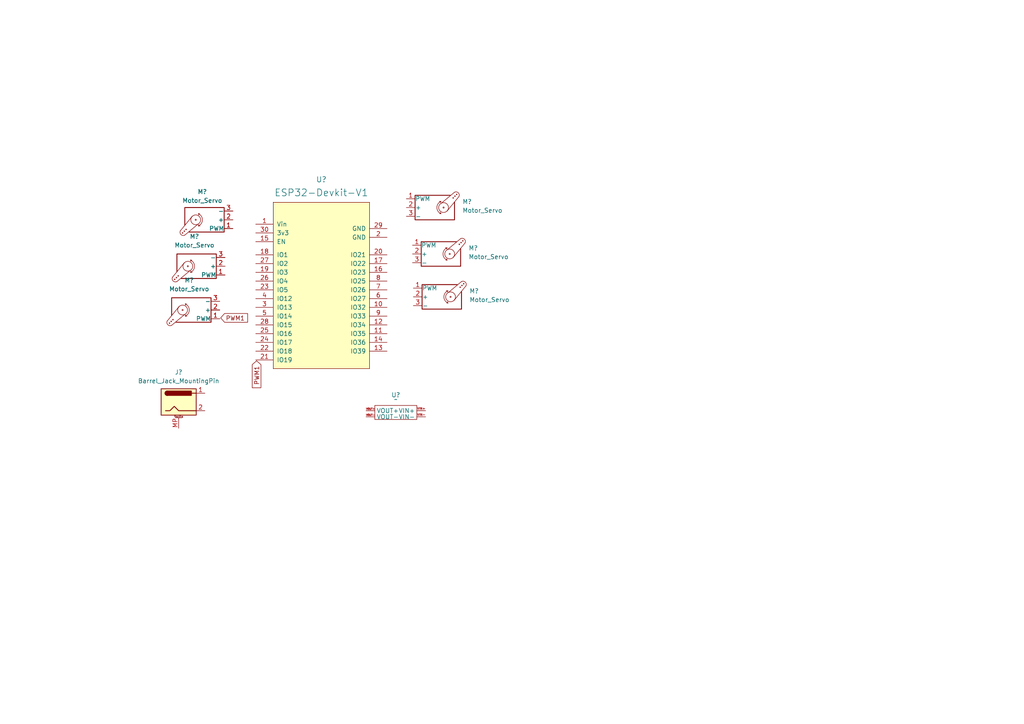
<source format=kicad_sch>
(kicad_sch (version 20231120) (generator "eeschema") (generator_version "8.0")
  (paper "A4")
  (lib_symbols
    (symbol "Connector:Barrel_Jack_MountingPin" (pin_names hide)
      (property "Reference" "J" (at 0 5.334 0))
      (property "Value" "Barrel_Jack_MountingPin" (at 1.27 -6.35 0))
      (symbol "Barrel_Jack_MountingPin_0_1"
        (rectangle (start -5.08 3.81) (end 5.08 -3.81) (stroke (width 0.254)) (fill (type background)))
        (arc (start -3.302 3.175) (mid -3.9343 2.54) (end -3.302 1.905) (stroke (width 0.254)))
        (arc (start -3.302 3.175) (mid -3.9343 2.54) (end -3.302 1.905) (stroke (width 0.254)) (fill (type outline)))
        (polyline (pts (xy 5.08 2.54) (xy 3.81 2.54)) (stroke (width 0.254)))
        (polyline (pts (xy -3.81 -2.54) (xy -2.54 -2.54) (xy -1.27 -1.27) (xy 0 -2.54) (xy 2.54 -2.54) (xy 5.08 -2.54)) (stroke (width 0.254)))
        (rectangle (start 3.683 3.175) (end -3.302 1.905) (stroke (width 0.254)) (fill (type outline)))
      )
      (symbol "Barrel_Jack_MountingPin_1_1"
        (polyline (pts (xy -1.016 -4.572) (xy 1.016 -4.572)) (stroke (width 0.1524)))
        (text "Mounting" (at 0 -4.191 0) (effects (font (size 0.381 0.381))))
        (pin passive line (at 7.62 2.54 180) (length 2.54) (name "~") (number "1"))
        (pin passive line (at 7.62 -2.54 180) (length 2.54) (name "~") (number "2"))
        (pin passive line (at 0 -7.62 90) (length 3.048) (name "MountPin") (number "MP"))
      )
    )
    (symbol "Motor:Motor_Servo" (pin_names (offset 0.0254))
      (property "Reference" "M" (at -5.08 4.445 0))
      (property "Value" "Motor_Servo" (at -5.08 -4.064 0))
      (symbol "Motor_Servo_0_1"
        (polyline (pts (xy 2.413 -1.778) (xy 2.032 -1.778)))
        (polyline (pts (xy 2.413 -1.778) (xy 2.286 -1.397)))
        (polyline (pts (xy 2.413 1.778) (xy 1.905 1.778)))
        (polyline (pts (xy 2.413 1.778) (xy 2.286 1.397)))
        (polyline (pts (xy 6.35 4.445) (xy 2.54 1.27)))
        (polyline (pts (xy 7.62 3.175) (xy 4.191 -1.016)))
        (polyline (pts (xy 5.08 3.556) (xy -5.08 3.556) (xy -5.08 -3.556) (xy 6.35 -3.556) (xy 6.35 1.524)) (stroke (width 0.254)))
        (arc (start 2.413 1.778) (mid 1.2406 0) (end 2.413 -1.778))
        (circle (center 3.175 0) (radius 0.1778))
        (circle (center 3.175 0) (radius 1.4224))
        (circle (center 5.969 2.794) (radius 0.127))
        (circle (center 6.477 3.302) (radius 0.127))
        (circle (center 6.985 3.81) (radius 0.127))
        (arc (start 7.62 3.175) (mid 7.4485 4.2735) (end 6.35 4.445))
      )
      (symbol "Motor_Servo_1_1"
        (pin passive line (at -7.62 2.54 0) (length 2.54) (name "PWM") (number "1"))
        (pin passive line (at -7.62 0 0) (length 2.54) (name "+") (number "2"))
        (pin passive line (at -7.62 -2.54 0) (length 2.54) (name "-") (number "3"))
      )
    )
    (symbol "Mt3608:LM2596"
      (property "Reference" "U" (at 0 3.81 0))
      (symbol "LM2596_0_1"
        (rectangle (start -6.096 2.794) (end 6.096 -1.27))
      )
      (symbol "LM2596_1_1"
        (pin input line (at 8.636 1.27 180) (length 2.54) (name "VIN+") (number "VIN+"))
        (pin input line (at 8.636 -0.508 180) (length 2.54) (name "VIN-") (number "VIN-"))
        (pin input line (at -8.636 1.27 0) (length 2.54) (name "VOUT+") (number "VOUT+"))
        (pin input line (at -8.636 -0.508 0) (length 2.54) (name "VOUT-") (number "VOUT-"))
      )
    )
    (symbol "esp32-devkit-v1:ESP32-Devkit-V1" (pin_names (offset 1.016))
      (property "Reference" "U" (at 13.97 -21.59 0))
      (property "Value" "ESP32-Devkit-V1" (at 13.97 -2.54 0))
      (symbol "ESP32-Devkit-V1_0_1"
        (rectangle (start 0 0) (end 27.94 -48.26) (fill (type background)))
      )
      (symbol "ESP32-Devkit-V1_1_1"
        (pin power_in line (at -5.08 -6.35 0) (length 5.08) (name "Vin") (number "1"))
        (pin bidirectional line (at 33.02 -30.48 180) (length 5.08) (name "IO32") (number "10"))
        (pin bidirectional line (at 33.02 -38.1 180) (length 5.08) (name "IO35") (number "11"))
        (pin bidirectional line (at 33.02 -35.56 180) (length 5.08) (name "IO34") (number "12"))
        (pin bidirectional line (at 33.02 -43.18 180) (length 5.08) (name "IO39") (number "13"))
        (pin bidirectional line (at 33.02 -40.64 180) (length 5.08) (name "IO36") (number "14"))
        (pin input line (at -5.08 -11.43 0) (length 5.08) (name "EN") (number "15"))
        (pin bidirectional line (at 33.02 -20.32 180) (length 5.08) (name "IO23") (number "16"))
        (pin bidirectional line (at 33.02 -17.78 180) (length 5.08) (name "IO22") (number "17"))
        (pin bidirectional line (at -5.08 -15.24 0) (length 5.08) (name "IO1") (number "18"))
        (pin bidirectional line (at -5.08 -20.32 0) (length 5.08) (name "IO3") (number "19"))
        (pin power_out line (at 33.02 -10.16 180) (length 5.08) (name "GND") (number "2"))
        (pin bidirectional line (at 33.02 -15.24 180) (length 5.08) (name "IO21") (number "20"))
        (pin bidirectional line (at -5.08 -45.72 0) (length 5.08) (name "IO19") (number "21"))
        (pin bidirectional line (at -5.08 -43.18 0) (length 5.08) (name "IO18") (number "22"))
        (pin bidirectional line (at -5.08 -25.4 0) (length 5.08) (name "IO5") (number "23"))
        (pin bidirectional line (at -5.08 -40.64 0) (length 5.08) (name "IO17") (number "24"))
        (pin bidirectional line (at -5.08 -38.1 0) (length 5.08) (name "IO16") (number "25"))
        (pin bidirectional line (at -5.08 -22.86 0) (length 5.08) (name "IO4") (number "26"))
        (pin bidirectional line (at -5.08 -17.78 0) (length 5.08) (name "IO2") (number "27"))
        (pin bidirectional line (at -5.08 -35.56 0) (length 5.08) (name "IO15") (number "28"))
        (pin power_out line (at 33.02 -7.62 180) (length 5.08) (name "GND") (number "29"))
        (pin bidirectional line (at -5.08 -30.48 0) (length 5.08) (name "IO13") (number "3"))
        (pin power_out line (at -5.08 -8.89 0) (length 5.08) (name "3v3") (number "30"))
        (pin bidirectional line (at -5.08 -27.94 0) (length 5.08) (name "IO12") (number "4"))
        (pin bidirectional line (at -5.08 -33.02 0) (length 5.08) (name "IO14") (number "5"))
        (pin bidirectional line (at 33.02 -27.94 180) (length 5.08) (name "IO27") (number "6"))
        (pin bidirectional line (at 33.02 -25.4 180) (length 5.08) (name "IO26") (number "7"))
        (pin bidirectional line (at 33.02 -22.86 180) (length 5.08) (name "IO25") (number "8"))
        (pin bidirectional line (at 33.02 -33.02 180) (length 5.08) (name "IO33") (number "9"))
      )
    )
  )
  (global_label "PWM1" (shape input) (at 64.008 92.202 0) (property "Intersheetrefs" "${INTERSHEET_REFS}" (effects (hide yes))))
  (global_label "PWM1" (shape input) (at 74.422 104.648 270) (property "Intersheetrefs" "${INTERSHEET_REFS}" (effects (hide yes))))
  (symbol (lib_id "Motor:Motor_Servo") (at 127.254 73.66 0) (unit 1)
    (property "Reference" "M?" (at 135.89 71.9565 0) (effects (justify left)))
    (property "Value" "Motor_Servo" (at 135.89 74.4965 0) (effects (justify left)))
    (property "Footprint" "Connector_PinHeader_2.54mm:PinHeader_1x03_P2.54mm_Vertical" (effects (hide yes)))
    (property "Datasheet" "http://forums.parallax.com/uploads/attachments/46831/74481.png" (effects (hide yes)))
    (property "Description" "Servo Motor (Futaba, HiTec, JR connector)" (effects (hide yes)))
  )
  (symbol (lib_id "Mt3608:LM2596") (at 114.808 120.396 0) (unit 1)
    (property "Reference" "U?" (at 114.808 114.554 0))
    (property "Value" "~" (at 114.808 115.824 0))
  )
  (symbol (lib_id "esp32-devkit-v1:ESP32-Devkit-V1") (at 79.248 58.674 0) (unit 1)
    (property "Reference" "U?" (at 93.218 52.07 0) (effects (font (size 1.524 1.524))))
    (property "Value" "ESP32-Devkit-V1" (at 93.218 55.88 0) (effects (font (size 2.0066 2.0066))))
  )
  (symbol (lib_id "Motor:Motor_Servo") (at 56.134 89.916 180) (unit 1)
    (property "Reference" "M?" (at 54.8751 81.28 0))
    (property "Value" "Motor_Servo" (at 54.8751 83.82 0))
    (property "Footprint" "Connector_PinHeader_2.54mm:PinHeader_1x03_P2.54mm_Vertical" (effects (hide yes)))
    (property "Datasheet" "http://forums.parallax.com/uploads/attachments/46831/74481.png" (effects (hide yes)))
    (property "Description" "Servo Motor (Futaba, HiTec, JR connector)" (effects (hide yes)))
  )
  (symbol (lib_id "Motor:Motor_Servo") (at 57.658 77.216 180) (unit 1)
    (property "Reference" "M?" (at 56.3991 68.58 0))
    (property "Value" "Motor_Servo" (at 56.3991 71.12 0))
    (property "Footprint" "Connector_PinHeader_2.54mm:PinHeader_1x03_P2.54mm_Vertical" (effects (hide yes)))
    (property "Datasheet" "http://forums.parallax.com/uploads/attachments/46831/74481.png" (effects (hide yes)))
    (property "Description" "Servo Motor (Futaba, HiTec, JR connector)" (effects (hide yes)))
  )
  (symbol (lib_id "Motor:Motor_Servo") (at 59.944 63.754 180) (unit 1)
    (property "Reference" "M?" (at 58.6851 55.626 0))
    (property "Value" "Motor_Servo" (at 58.6851 58.166 0))
    (property "Footprint" "Connector_PinHeader_2.54mm:PinHeader_1x03_P2.54mm_Vertical" (effects (hide yes)))
    (property "Datasheet" "http://forums.parallax.com/uploads/attachments/46831/74481.png" (effects (hide yes)))
    (property "Description" "Servo Motor (Futaba, HiTec, JR connector)" (effects (hide yes)))
  )
  (symbol (lib_id "Connector:Barrel_Jack_MountingPin") (at 51.816 116.586 0) (unit 1)
    (property "Reference" "J?" (at 51.816 107.95 0))
    (property "Value" "Barrel_Jack_MountingPin" (at 51.816 110.49 0))
    (property "Footprint" "Connector_BarrelJack:BarrelJack_CUI_PJ-102AH_Horizontal" (effects (hide yes)))
    (property "Description" "DC Barrel Jack with a mounting pin" (effects (hide yes)))
  )
  (symbol (lib_id "Motor:Motor_Servo") (at 125.476 60.198 0) (unit 1)
    (property "Reference" "M?" (at 134.112 58.4945 0) (effects (justify left)))
    (property "Value" "Motor_Servo" (at 134.112 61.0345 0) (effects (justify left)))
    (property "Footprint" "Connector_PinHeader_2.54mm:PinHeader_1x03_P2.54mm_Vertical" (effects (hide yes)))
    (property "Datasheet" "http://forums.parallax.com/uploads/attachments/46831/74481.png" (effects (hide yes)))
    (property "Description" "Servo Motor (Futaba, HiTec, JR connector)" (effects (hide yes)))
  )
  (symbol (lib_id "Motor:Motor_Servo") (at 127.508 86.106 0) (unit 1)
    (property "Reference" "M?" (at 136.144 84.4025 0) (effects (justify left)))
    (property "Value" "Motor_Servo" (at 136.144 86.9425 0) (effects (justify left)))
    (property "Footprint" "Connector_PinHeader_2.54mm:PinHeader_1x03_P2.54mm_Vertical" (effects (hide yes)))
    (property "Datasheet" "http://forums.parallax.com/uploads/attachments/46831/74481.png" (effects (hide yes)))
    (property "Description" "Servo Motor (Futaba, HiTec, JR connector)" (effects (hide yes)))
  )
)
</source>
